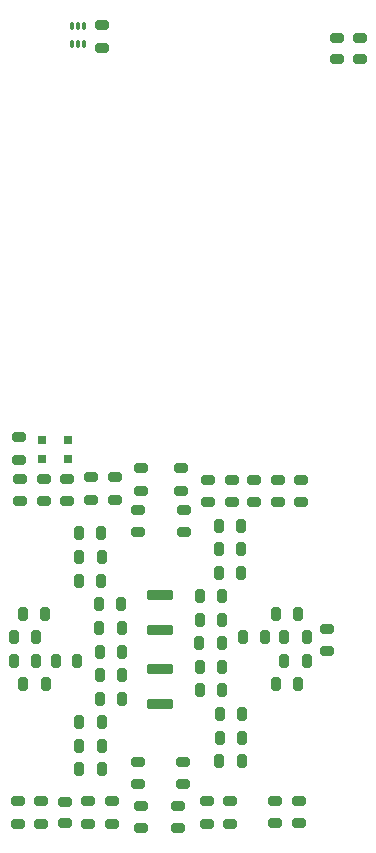
<source format=gbp>
G04 #@! TF.GenerationSoftware,KiCad,Pcbnew,7.0.7-7.0.7~ubuntu22.04.1*
G04 #@! TF.CreationDate,2024-01-21T11:17:23+01:00*
G04 #@! TF.ProjectId,qaxe,71617865-2e6b-4696-9361-645f70636258,rev?*
G04 #@! TF.SameCoordinates,Original*
G04 #@! TF.FileFunction,Paste,Bot*
G04 #@! TF.FilePolarity,Positive*
%FSLAX46Y46*%
G04 Gerber Fmt 4.6, Leading zero omitted, Abs format (unit mm)*
G04 Created by KiCad (PCBNEW 7.0.7-7.0.7~ubuntu22.04.1) date 2024-01-21 11:17:23*
%MOMM*%
%LPD*%
G01*
G04 APERTURE LIST*
G04 Aperture macros list*
%AMRoundRect*
0 Rectangle with rounded corners*
0 $1 Rounding radius*
0 $2 $3 $4 $5 $6 $7 $8 $9 X,Y pos of 4 corners*
0 Add a 4 corners polygon primitive as box body*
4,1,4,$2,$3,$4,$5,$6,$7,$8,$9,$2,$3,0*
0 Add four circle primitives for the rounded corners*
1,1,$1+$1,$2,$3*
1,1,$1+$1,$4,$5*
1,1,$1+$1,$6,$7*
1,1,$1+$1,$8,$9*
0 Add four rect primitives between the rounded corners*
20,1,$1+$1,$2,$3,$4,$5,0*
20,1,$1+$1,$4,$5,$6,$7,0*
20,1,$1+$1,$6,$7,$8,$9,0*
20,1,$1+$1,$8,$9,$2,$3,0*%
G04 Aperture macros list end*
%ADD10RoundRect,0.150000X0.250000X0.430000X-0.250000X0.430000X-0.250000X-0.430000X0.250000X-0.430000X0*%
%ADD11RoundRect,0.150000X0.430000X-0.250000X0.430000X0.250000X-0.430000X0.250000X-0.430000X-0.250000X0*%
%ADD12RoundRect,0.150000X-0.430000X0.250000X-0.430000X-0.250000X0.430000X-0.250000X0.430000X0.250000X0*%
%ADD13RoundRect,0.147500X0.262500X0.412500X-0.262500X0.412500X-0.262500X-0.412500X0.262500X-0.412500X0*%
%ADD14RoundRect,0.147500X-0.262500X-0.412500X0.262500X-0.412500X0.262500X0.412500X-0.262500X0.412500X0*%
%ADD15RoundRect,0.150000X-0.250000X-0.430000X0.250000X-0.430000X0.250000X0.430000X-0.250000X0.430000X0*%
%ADD16RoundRect,0.147500X-0.412500X0.262500X-0.412500X-0.262500X0.412500X-0.262500X0.412500X0.262500X0*%
%ADD17R,0.800000X0.720000*%
%ADD18RoundRect,0.135000X0.945000X-0.325000X0.945000X0.325000X-0.945000X0.325000X-0.945000X-0.325000X0*%
%ADD19RoundRect,0.147500X0.412500X-0.262500X0.412500X0.262500X-0.412500X0.262500X-0.412500X-0.262500X0*%
%ADD20RoundRect,0.135000X-0.945000X0.325000X-0.945000X-0.325000X0.945000X-0.325000X0.945000X0.325000X0*%
%ADD21RoundRect,0.000000X0.120000X-0.268000X0.120000X0.268000X-0.120000X0.268000X-0.120000X-0.268000X0*%
G04 APERTURE END LIST*
D10*
X91760000Y-126310000D03*
X89860000Y-126310000D03*
X106650000Y-125100000D03*
X104750000Y-125100000D03*
D11*
X101000000Y-109650000D03*
X101000000Y-107750000D03*
X96500000Y-137250000D03*
X96500000Y-135350000D03*
D12*
X93300000Y-135350000D03*
X93300000Y-137250000D03*
D10*
X91650000Y-118325000D03*
X89750000Y-118325000D03*
D12*
X90043000Y-69281000D03*
X90043000Y-71181000D03*
X104900000Y-107750000D03*
X104900000Y-109650000D03*
D13*
X87925000Y-123100000D03*
X86100000Y-123100000D03*
D10*
X90000000Y-130270000D03*
X88100000Y-130270000D03*
D12*
X88875000Y-135000000D03*
X88875000Y-136900000D03*
D11*
X83100000Y-109575000D03*
X83100000Y-107675000D03*
D14*
X101987500Y-121100000D03*
X103812500Y-121100000D03*
D15*
X105450000Y-123100000D03*
X107350000Y-123100000D03*
X99920000Y-113670000D03*
X101820000Y-113670000D03*
X99950000Y-131600000D03*
X101850000Y-131600000D03*
X100000000Y-127600000D03*
X101900000Y-127600000D03*
X99920000Y-115670000D03*
X101820000Y-115670000D03*
D10*
X84450000Y-121100000D03*
X82550000Y-121100000D03*
D12*
X93100000Y-131650000D03*
X93100000Y-133550000D03*
D11*
X100900000Y-136875000D03*
X100900000Y-134975000D03*
X104700000Y-136850000D03*
X104700000Y-134950000D03*
X109100000Y-122300000D03*
X109100000Y-120400000D03*
D10*
X91700000Y-120325000D03*
X89800000Y-120325000D03*
D16*
X86875000Y-135037500D03*
X86875000Y-136862500D03*
D15*
X83300000Y-119100000D03*
X85200000Y-119100000D03*
D11*
X98900000Y-136875000D03*
X98900000Y-134975000D03*
D15*
X83350000Y-125100000D03*
X85250000Y-125100000D03*
D10*
X91750000Y-124325000D03*
X89850000Y-124325000D03*
D12*
X93300000Y-106800000D03*
X93300000Y-108700000D03*
D15*
X98310000Y-119610000D03*
X100210000Y-119610000D03*
D10*
X89950000Y-116300000D03*
X88050000Y-116300000D03*
X90000000Y-114300000D03*
X88100000Y-114300000D03*
D11*
X96900000Y-133550000D03*
X96900000Y-131650000D03*
D12*
X83000000Y-104175000D03*
X83000000Y-106075000D03*
D11*
X106900000Y-109650000D03*
X106900000Y-107750000D03*
D15*
X98310000Y-117630000D03*
X100210000Y-117630000D03*
D12*
X91100000Y-107575000D03*
X91100000Y-109475000D03*
D15*
X98310000Y-125610000D03*
X100210000Y-125610000D03*
D11*
X98990000Y-109650000D03*
X98990000Y-107750000D03*
D17*
X84975000Y-104425000D03*
X87125000Y-104425000D03*
X87125000Y-105975000D03*
X84975000Y-105975000D03*
D15*
X99920000Y-111670000D03*
X101820000Y-111670000D03*
X100000000Y-129600000D03*
X101900000Y-129600000D03*
D10*
X106650000Y-119100000D03*
X104750000Y-119100000D03*
D18*
X94900000Y-126775000D03*
X94900000Y-123825000D03*
D19*
X111900000Y-72162500D03*
X111900000Y-70337500D03*
X102930000Y-109612500D03*
X102930000Y-107787500D03*
D11*
X84875000Y-136900000D03*
X84875000Y-135000000D03*
D12*
X82875000Y-135000000D03*
X82875000Y-136900000D03*
D10*
X91750000Y-122325000D03*
X89850000Y-122325000D03*
D19*
X109900000Y-72162500D03*
X109900000Y-70337500D03*
D10*
X90000000Y-128270000D03*
X88100000Y-128270000D03*
D20*
X94900000Y-117525000D03*
X94900000Y-120475000D03*
D21*
X88500000Y-70844000D03*
X88000000Y-70844000D03*
X87500000Y-70844000D03*
X87500000Y-69364000D03*
X88000000Y-69364000D03*
X88500000Y-69364000D03*
D10*
X90000000Y-132270000D03*
X88100000Y-132270000D03*
X89950000Y-112300000D03*
X88050000Y-112300000D03*
D12*
X106700000Y-134950000D03*
X106700000Y-136850000D03*
D16*
X87100000Y-107725000D03*
X87100000Y-109550000D03*
D12*
X89100000Y-107575000D03*
X89100000Y-109475000D03*
X90875000Y-135000000D03*
X90875000Y-136900000D03*
D15*
X98310000Y-123610000D03*
X100210000Y-123610000D03*
D11*
X97000000Y-112200000D03*
X97000000Y-110300000D03*
D12*
X85100000Y-107675000D03*
X85100000Y-109575000D03*
D15*
X105450000Y-121100000D03*
X107350000Y-121100000D03*
D12*
X93100000Y-110300000D03*
X93100000Y-112200000D03*
D11*
X96700000Y-108700000D03*
X96700000Y-106800000D03*
D15*
X98260000Y-121610000D03*
X100160000Y-121610000D03*
D10*
X84450000Y-123100000D03*
X82550000Y-123100000D03*
M02*

</source>
